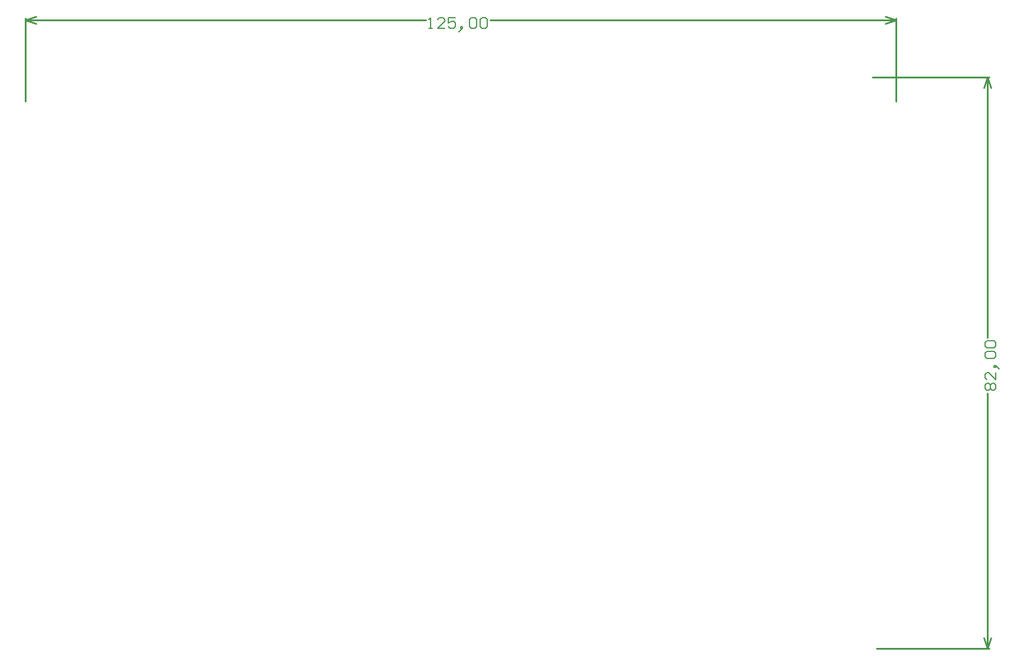
<source format=gbr>
%TF.GenerationSoftware,Altium Limited,Altium Designer,22.7.1 (60)*%
G04 Layer_Color=16711935*
%FSLAX43Y43*%
%MOMM*%
%TF.SameCoordinates,9F5AA4AF-AB1A-42FA-95B2-595A31CD3D24*%
%TF.FilePolarity,Positive*%
%TF.FileFunction,Other,Top_Dims*%
%TF.Part,Single*%
G01*
G75*
%TA.AperFunction,NonConductor*%
%ADD70C,0.152*%
%ADD71C,0.254*%
D70*
X137998Y37639D02*
X137745Y37893D01*
Y38401D01*
X137998Y38654D01*
X138252D01*
X138506Y38401D01*
X138760Y38654D01*
X139014D01*
X139268Y38401D01*
Y37893D01*
X139014Y37639D01*
X138760D01*
X138506Y37893D01*
X138252Y37639D01*
X137998D01*
X138506Y37893D02*
Y38401D01*
X139268Y40178D02*
Y39162D01*
X138252Y40178D01*
X137998D01*
X137745Y39924D01*
Y39416D01*
X137998Y39162D01*
X139522Y40940D02*
X139268Y41194D01*
X139014D01*
Y40940D01*
X139268D01*
Y41194D01*
X139522Y40940D01*
X139776Y40686D01*
X137998Y42209D02*
X137745Y42463D01*
Y42971D01*
X137998Y43225D01*
X139014D01*
X139268Y42971D01*
Y42463D01*
X139014Y42209D01*
X137998D01*
Y43733D02*
X137745Y43987D01*
Y44495D01*
X137998Y44748D01*
X139014D01*
X139268Y44495D01*
Y43987D01*
X139014Y43733D01*
X137998D01*
X57904Y89632D02*
X58412D01*
X58158D01*
Y91155D01*
X57904Y90902D01*
X60189Y89632D02*
X59174D01*
X60189Y90648D01*
Y90902D01*
X59935Y91155D01*
X59427D01*
X59174Y90902D01*
X61713Y91155D02*
X60697D01*
Y90394D01*
X61205Y90648D01*
X61459D01*
X61713Y90394D01*
Y89886D01*
X61459Y89632D01*
X60951D01*
X60697Y89886D01*
X62474Y89378D02*
X62728Y89632D01*
Y89886D01*
X62474D01*
Y89632D01*
X62728D01*
X62474Y89378D01*
X62221Y89124D01*
X63744Y90902D02*
X63998Y91155D01*
X64506D01*
X64760Y90902D01*
Y89886D01*
X64506Y89632D01*
X63998D01*
X63744Y89886D01*
Y90902D01*
X65268D02*
X65521Y91155D01*
X66029D01*
X66283Y90902D01*
Y89886D01*
X66029Y89632D01*
X65521D01*
X65268Y89886D01*
Y90902D01*
D71*
X138100Y82600D02*
X138608Y81076D01*
X137592D02*
X138100Y82600D01*
X137592Y2124D02*
X138100Y600D01*
X138608Y2124D01*
X138100Y45155D02*
Y82600D01*
Y600D02*
Y37232D01*
X121560Y82600D02*
X138354D01*
X122200Y600D02*
X138354D01*
X0Y90800D02*
X1524Y91308D01*
X0Y90800D02*
X1524Y90292D01*
X123476D02*
X125000Y90800D01*
X123476Y91308D02*
X125000Y90800D01*
X0D02*
X57498D01*
X66690D02*
X125000D01*
X0Y79121D02*
Y91054D01*
X125000Y79121D02*
Y91054D01*
%TF.MD5,4467c77cd878feb2780d10ce24dd97be*%
M02*

</source>
